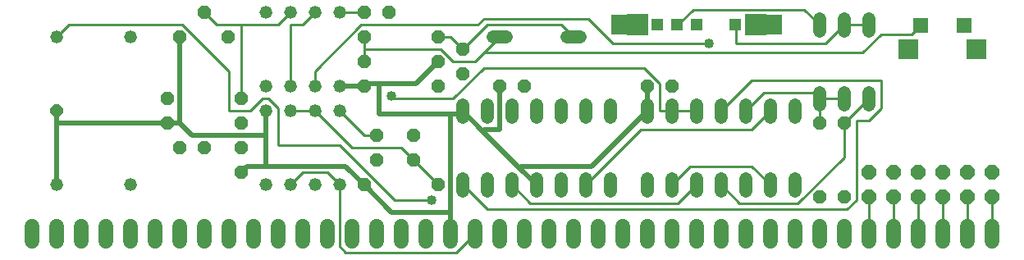
<source format=gtl>
G75*
%MOIN*%
%OFA0B0*%
%FSLAX24Y24*%
%IPPOS*%
%LPD*%
%AMOC8*
5,1,8,0,0,1.08239X$1,22.5*
%
%ADD10OC8,0.0520*%
%ADD11C,0.0520*%
%ADD12C,0.0520*%
%ADD13OC8,0.0600*%
%ADD14C,0.0600*%
%ADD15R,0.0515X0.0515*%
%ADD16R,0.0900X0.0900*%
%ADD17R,0.0825X0.0825*%
%ADD18R,0.0600X0.0600*%
%ADD19OC8,0.0515*%
%ADD20C,0.0100*%
%ADD21C,0.0200*%
%ADD22C,0.0400*%
D10*
X009180Y003680D03*
X009180Y004680D03*
X007680Y004680D03*
X006680Y004680D03*
X006180Y005680D03*
X009180Y005680D03*
X009180Y006680D03*
X006180Y006680D03*
X014180Y007180D03*
X017180Y007180D03*
X018180Y007680D03*
X017180Y008180D03*
X018180Y008680D03*
X017180Y009180D03*
X014180Y009180D03*
X014180Y008180D03*
X008670Y009180D03*
X006690Y009180D03*
X007680Y010180D03*
X014180Y010180D03*
X015180Y010180D03*
X019680Y007180D03*
X020680Y007180D03*
X025680Y007180D03*
X026680Y007180D03*
X032680Y005680D03*
X033680Y005680D03*
X033680Y002680D03*
X032680Y002680D03*
X017180Y003180D03*
X014180Y003180D03*
X014680Y004180D03*
X016180Y004180D03*
X016180Y005180D03*
X014680Y005180D03*
D11*
X018180Y005920D02*
X018180Y006440D01*
X019180Y006440D02*
X019180Y005920D01*
X020180Y005920D02*
X020180Y006440D01*
X021180Y006440D02*
X021180Y005920D01*
X022180Y005920D02*
X022180Y006440D01*
X023180Y006440D02*
X023180Y005920D01*
X024180Y005920D02*
X024180Y006440D01*
X025680Y006440D02*
X025680Y005920D01*
X026680Y005920D02*
X026680Y006440D01*
X027680Y006440D02*
X027680Y005920D01*
X028680Y005920D02*
X028680Y006440D01*
X029680Y006440D02*
X029680Y005920D01*
X030680Y005920D02*
X030680Y006440D01*
X031680Y006440D02*
X031680Y005920D01*
X032680Y006420D02*
X032680Y006940D01*
X033680Y006940D02*
X033680Y006420D01*
X034680Y006420D02*
X034680Y006940D01*
X034680Y009420D02*
X034680Y009940D01*
X033680Y009940D02*
X033680Y009420D01*
X032680Y009420D02*
X032680Y009940D01*
X022940Y009180D02*
X022420Y009180D01*
X019940Y009180D02*
X019420Y009180D01*
X019180Y003440D02*
X019180Y002920D01*
X018180Y002920D02*
X018180Y003440D01*
X020180Y003440D02*
X020180Y002920D01*
X021180Y002920D02*
X021180Y003440D01*
X022180Y003440D02*
X022180Y002920D01*
X023180Y002920D02*
X023180Y003440D01*
X024180Y003440D02*
X024180Y002920D01*
X025680Y002920D02*
X025680Y003440D01*
X026680Y003440D02*
X026680Y002920D01*
X027680Y002920D02*
X027680Y003440D01*
X028680Y003440D02*
X028680Y002920D01*
X029680Y002920D02*
X029680Y003440D01*
X030680Y003440D02*
X030680Y002920D01*
X031680Y002920D02*
X031680Y003440D01*
D12*
X013180Y003180D03*
X012180Y003180D03*
X011180Y003180D03*
X010180Y003180D03*
X004680Y003180D03*
X001680Y003180D03*
X010180Y006180D03*
X011180Y006180D03*
X012180Y006180D03*
X013180Y006180D03*
X013180Y007180D03*
X012180Y007180D03*
X011180Y007180D03*
X010180Y007180D03*
X004680Y009180D03*
X001680Y009180D03*
X010180Y010180D03*
X011180Y010180D03*
X012180Y010180D03*
X013180Y010180D03*
D13*
X034680Y003680D03*
X035680Y003680D03*
X036680Y003680D03*
X037680Y003680D03*
X038680Y003680D03*
X039680Y003680D03*
X039680Y002680D03*
X038680Y002680D03*
X037680Y002680D03*
X036680Y002680D03*
X035680Y002680D03*
X034680Y002680D03*
D14*
X000680Y001480D02*
X000680Y000880D01*
X001680Y000880D02*
X001680Y001480D01*
X002680Y001480D02*
X002680Y000880D01*
X003680Y000880D02*
X003680Y001480D01*
X004680Y001480D02*
X004680Y000880D01*
X005680Y000880D02*
X005680Y001480D01*
X006680Y001480D02*
X006680Y000880D01*
X007680Y000880D02*
X007680Y001480D01*
X008680Y001480D02*
X008680Y000880D01*
X009680Y000880D02*
X009680Y001480D01*
X010680Y001480D02*
X010680Y000880D01*
X011680Y000880D02*
X011680Y001480D01*
X012680Y001480D02*
X012680Y000880D01*
X013680Y000880D02*
X013680Y001480D01*
X014680Y001480D02*
X014680Y000880D01*
X015680Y000880D02*
X015680Y001480D01*
X016680Y001480D02*
X016680Y000880D01*
X017680Y000880D02*
X017680Y001480D01*
X018680Y001480D02*
X018680Y000880D01*
X019680Y000880D02*
X019680Y001480D01*
X020680Y001480D02*
X020680Y000880D01*
X021680Y000880D02*
X021680Y001480D01*
X022680Y001480D02*
X022680Y000880D01*
X023680Y000880D02*
X023680Y001480D01*
X024680Y001480D02*
X024680Y000880D01*
X025680Y000880D02*
X025680Y001480D01*
X026680Y001480D02*
X026680Y000880D01*
X027680Y000880D02*
X027680Y001480D01*
X028680Y001480D02*
X028680Y000880D01*
X029680Y000880D02*
X029680Y001480D01*
X030680Y001480D02*
X030680Y000880D01*
X031680Y000880D02*
X031680Y001480D01*
X032680Y001480D02*
X032680Y000880D01*
X033680Y000880D02*
X033680Y001480D01*
X034680Y001480D02*
X034680Y000880D01*
X035680Y000880D02*
X035680Y001480D01*
X036680Y001480D02*
X036680Y000880D01*
X037680Y000880D02*
X037680Y001480D01*
X038680Y001480D02*
X038680Y000880D01*
X039680Y000880D02*
X039680Y001480D01*
D15*
X029250Y009680D03*
X027680Y009680D03*
X026890Y009680D03*
X026100Y009680D03*
D16*
X025280Y009680D03*
X030080Y009680D03*
D17*
X030750Y009680D03*
X036300Y008690D03*
X039060Y008690D03*
X024610Y009680D03*
D18*
X036795Y009670D03*
X038565Y009670D03*
D19*
X001680Y006180D03*
D20*
X006805Y009680D02*
X008680Y007805D01*
X008680Y006180D01*
X009555Y006180D01*
X010055Y006680D01*
X010305Y006680D01*
X010680Y006305D01*
X010680Y004805D01*
X013180Y004805D01*
X015430Y002555D01*
X016930Y002555D01*
X017180Y003180D02*
X016180Y004180D01*
X015680Y004680D01*
X013680Y004680D01*
X012180Y006180D01*
X011180Y006180D01*
X013180Y006180D02*
X014180Y005180D01*
X014680Y005180D01*
X012680Y003680D02*
X011680Y003680D01*
X011180Y003180D01*
X012680Y003680D02*
X013180Y003180D01*
X013180Y000680D01*
X013430Y000430D01*
X017930Y000430D01*
X018680Y001180D01*
X019180Y002180D02*
X033805Y002180D01*
X034180Y002555D01*
X034180Y005805D01*
X034680Y005805D01*
X035180Y006305D01*
X035180Y007430D01*
X029930Y007430D01*
X028680Y006180D01*
X029680Y006180D02*
X030430Y006930D01*
X032430Y006930D01*
X032680Y006680D01*
X033680Y006680D01*
X033680Y005680D02*
X034680Y006680D01*
X032680Y006680D02*
X032680Y005680D01*
X033680Y005680D02*
X033680Y004305D01*
X031805Y002430D01*
X029430Y002430D01*
X028680Y003180D01*
X027680Y003180D02*
X026930Y002430D01*
X020930Y002430D01*
X020180Y003180D01*
X019180Y002180D02*
X018180Y003180D01*
X023180Y003180D02*
X025430Y005430D01*
X029930Y005430D01*
X030680Y006180D01*
X027680Y006180D02*
X026680Y006180D01*
X026180Y006180D01*
X026180Y007305D01*
X025555Y007930D01*
X019055Y007930D01*
X017805Y006680D01*
X015430Y006680D01*
X015305Y006805D01*
X012180Y007180D02*
X012180Y007805D01*
X014055Y009680D01*
X018805Y009680D01*
X019055Y009930D01*
X023305Y009930D01*
X024305Y008930D01*
X028180Y008930D01*
X029305Y008930D02*
X032930Y008930D01*
X033680Y009680D01*
X034680Y009680D01*
X035180Y009305D02*
X034430Y008555D01*
X019055Y008555D01*
X019680Y009180D01*
X019180Y009680D02*
X018180Y008680D01*
X017680Y009180D01*
X017180Y009180D01*
X017305Y008680D02*
X014180Y008680D01*
X014180Y008180D01*
X014180Y008680D02*
X014180Y009180D01*
X012180Y010180D02*
X011680Y009680D01*
X011180Y009680D01*
X011180Y007180D01*
X009180Y006680D02*
X009180Y009680D01*
X008180Y009680D01*
X007680Y010180D01*
X006805Y009680D02*
X002180Y009680D01*
X001680Y009180D01*
X009180Y009680D02*
X010680Y009680D01*
X011180Y010180D01*
X013180Y010180D02*
X014180Y010180D01*
X019180Y009680D02*
X022180Y009680D01*
X022680Y009180D01*
X019055Y008555D02*
X018680Y008180D01*
X017805Y008180D01*
X017305Y008680D01*
X026890Y009680D02*
X026930Y009680D01*
X027555Y010305D01*
X032055Y010305D01*
X032680Y009680D01*
X035180Y009305D02*
X036430Y009305D01*
X036795Y009670D01*
X029305Y009680D02*
X029305Y008930D01*
X029305Y009680D02*
X029250Y009680D01*
X029930Y003930D02*
X027430Y003930D01*
X026680Y003180D01*
X029930Y003930D02*
X030680Y003180D01*
X034680Y002680D02*
X034680Y001180D01*
X035680Y001180D02*
X035680Y002680D01*
X036680Y002680D02*
X036680Y001180D01*
X037680Y001180D02*
X037680Y002680D01*
X038680Y002680D02*
X038680Y001180D01*
X039680Y001180D02*
X039680Y002680D01*
D21*
X025680Y006180D02*
X023430Y003930D01*
X020555Y003930D01*
X020493Y003868D01*
X021180Y003180D01*
X020493Y003868D02*
X018993Y005368D01*
X019055Y005430D01*
X019680Y005430D01*
X019680Y007180D01*
X018180Y006180D02*
X018180Y006055D01*
X017680Y006055D01*
X014805Y006055D01*
X014805Y007305D01*
X016305Y007305D01*
X017180Y008180D01*
X014805Y007305D02*
X014305Y007305D01*
X014180Y007180D01*
X013180Y007180D01*
X010180Y006180D02*
X010180Y005180D01*
X007180Y005180D01*
X006680Y005680D01*
X006180Y005680D01*
X001680Y005680D01*
X001680Y006180D01*
X001680Y005680D02*
X001680Y003180D01*
X009180Y003680D02*
X009430Y003930D01*
X010180Y003930D01*
X010180Y005180D01*
X006680Y005680D02*
X006680Y009180D01*
X006690Y009180D01*
X017680Y006055D02*
X017680Y002055D01*
X015305Y002055D01*
X014180Y003180D01*
X013430Y003930D01*
X010180Y003930D01*
X017680Y002055D02*
X017680Y001180D01*
X018993Y005368D02*
X018180Y006180D01*
X025680Y006180D02*
X025680Y007180D01*
D22*
X028180Y008930D03*
X015305Y006805D03*
X016930Y002555D03*
M02*

</source>
